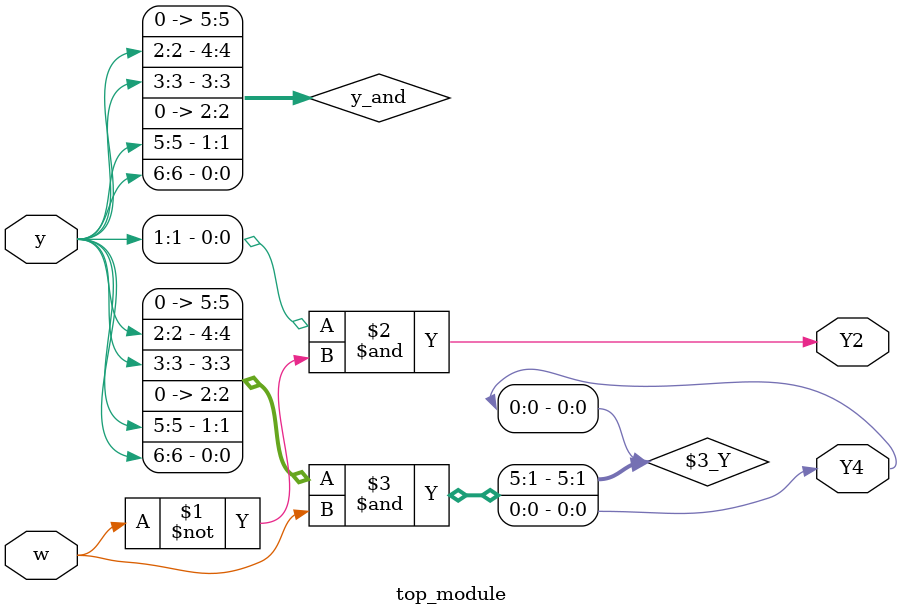
<source format=sv>
module top_module (
	input [6:1] y,
	input w,
	output Y2,
	output Y4
);

wire [6:1] y_and = {1'b0, y[2], y[3], 1'b0, y[5], y[6]};
wire Y2 = y[1] & ~w;
wire Y4 = y_and & w;

endmodule

</source>
